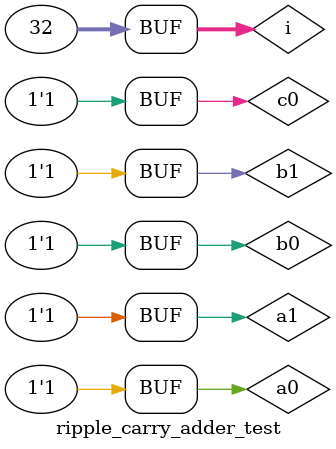
<source format=v>
`timescale 1ns / 1ps


module ripple_carry_adder_test;

	// Inputs
	reg a1;
	reg a0;
	reg b1;
	reg b0;
	reg c0;
	integer i;
	
	// Outputs
	wire c2;
	wire s1;
	wire s0;

	// Instantiate the Unit Under Test (UUT)
	ripple_carry_adder uut (
		.a1(a1), 
		.a0(a0), 
		.b1(b1), 
		.b0(b0), 
		.c0(c0), 
		.c2(c2), 
		.s1(s1), 
		.s0(s0)
	);
			
	initial begin
		// Initialize Inputs
		for (i=0; i<32; i=i+1)
			begin
				a1 = i[4];
				a0 = i[3];
				b1 = i[2];
				b0 = i[1];
				c0 = i[0];
				#10;
			end
	end
endmodule


</source>
